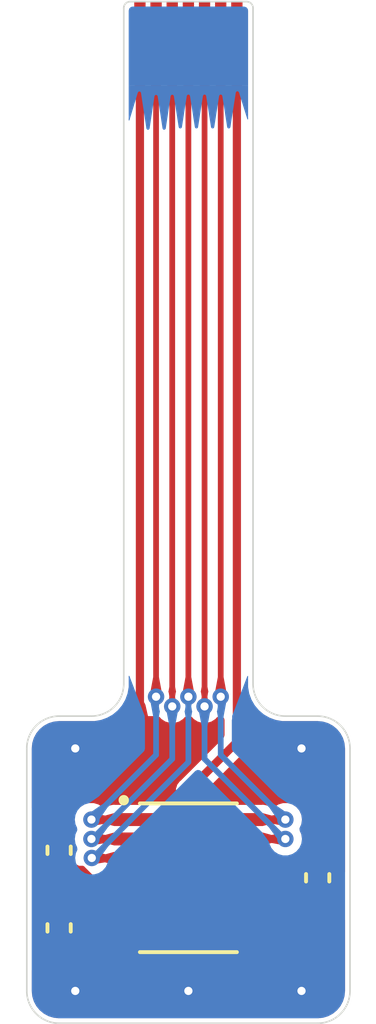
<source format=kicad_pcb>
(kicad_pcb (version 20240108) (generator "pcbnew") (generator_version "8.0")
  (layers (0 "F.Cu" signal) (31 "B.Cu" signal) (34 "B.Paste" user) (35 "F.Paste" user) (36 "B.SilkS" user "B.Silkscreen") (37 "F.SilkS" user "F.Silkscreen") (38 "B.Mask" user) (39 "F.Mask" user) (44 "Edge.Cuts" user))
  (net 0 "")
  (net 1 "GND")
  (net 2 "Net-(U1-VLDO)")
  (net 3 "Net-(U1-VREF)")
  (net 4 "VDD")
  (net 5 "/SDA")
  (net 6 "/SCL")
  (net 7 "/INTB")
  (net 8 "/GPIO")
  (net 12 "/LDO_EN")
  (footprint "watch:FH19C_FPC" (layer "F.Cu") (at 146.8 69.6)
    (property "Reference" "J1" (hide yes))
    (property "Value" "Conn_01x07" (hide yes))
    (fp_line (start -2 -2.3) (end -2 0) (stroke (width 0.05)) (layer "Edge.Cuts"))
    (fp_line (start 1.8 -2.5) (end -1.8 -2.5) (stroke (width 0.05)) (layer "Edge.Cuts"))
    (fp_line (start 2 0) (end 2 -2.3) (stroke (width 0.05)) (layer "Edge.Cuts"))
    (fp_arc (start -2 -2.3) (mid -1.941421 -2.441421) (end -1.8 -2.5) (stroke (width 0.05)) (layer "Edge.Cuts"))
    (fp_arc (start 1.8 -2.5) (mid 1.941421 -2.441421) (end 2 -2.3) (stroke (width 0.05)) (layer "Edge.Cuts"))
    (pad "1" smd rect (at 1.5 -1.25) (size 0.35 2.5) (layers "F.Cu" "F.Paste" "F.Mask") (net 4 "VDD"))
    (pad "2" smd rect (at 1 -1.25) (size 0.35 2.5) (layers "F.Cu" "F.Paste" "F.Mask") (net 7 "/INTB"))
    (pad "3" smd rect (at 0.5 -1.25) (size 0.35 2.5) (layers "F.Cu" "F.Paste" "F.Mask") (net 8 "/GPIO"))
    (pad "4" smd rect (at 0 -1.25) (size 0.35 2.5) (layers "F.Cu" "F.Paste" "F.Mask") (net 12 "/LDO_EN"))
    (pad "5" smd rect (at -0.5 -1.25) (size 0.35 2.5) (layers "F.Cu" "F.Paste" "F.Mask") (net 6 "/SCL"))
    (pad "6" smd rect (at -1 -1.25) (size 0.35 2.5) (layers "F.Cu" "F.Paste" "F.Mask") (net 5 "/SDA"))
    (pad "7" smd rect (at -1.5 -1.25) (size 0.35 2.5) (layers "F.Cu" "F.Paste" "F.Mask") (net 1 "GND"))
  )
  (footprint "Capacitor_SMD:C_0402_1005Metric_Pad0.74x0.62mm_HandSolder" (layer "F.Cu") (at 150.8 94.2 90)
    (property "Reference" "C2" (hide yes))
    (property "Value" "1u")
    (fp_line (start -0.115835 -0.36) (end 0.115835 -0.36) (stroke (width 0.12)) (layer "F.SilkS"))
    (fp_line (start -0.115835 0.36) (end 0.115835 0.36) (stroke (width 0.12)) (layer "F.SilkS"))
    (pad "1" smd roundrect (at -0.5675 0 90) (size 0.735 0.62) (layers "F.Cu" "F.Paste" "F.Mask") (net 1 "GND"))
    (pad "2" smd roundrect (at 0.5675 0 90) (size 0.735 0.62) (layers "F.Cu" "F.Paste" "F.Mask") (net 3 "Net-(U1-VREF)"))
  )
  (footprint "Capacitor_SMD:C_0402_1005Metric_Pad0.74x0.62mm_HandSolder" (layer "F.Cu") (at 142.8 95.75 -90)
    (property "Reference" "C3" (hide yes))
    (property "Value" "10u")
    (fp_line (start -0.115835 0.36) (end 0.115835 0.36) (stroke (width 0.12)) (layer "F.SilkS"))
    (fp_line (start -0.115835 -0.36) (end 0.115835 -0.36) (stroke (width 0.12)) (layer "F.SilkS"))
    (pad "1" smd roundrect (at -0.5675 0 270) (size 0.735 0.62) (layers "F.Cu" "F.Paste" "F.Mask") (net 4 "VDD"))
    (pad "2" smd roundrect (at 0.5675 0 270) (size 0.735 0.62) (layers "F.Cu" "F.Paste" "F.Mask") (net 1 "GND"))
  )
  (footprint "Capacitor_SMD:C_0402_1005Metric_Pad0.74x0.62mm_HandSolder" (layer "F.Cu") (at 142.8 93.35 -90)
    (property "Reference" "C1" (hide yes))
    (property "Value" "1u")
    (fp_line (start -0.115835 0.36) (end 0.115835 0.36) (stroke (width 0.12)) (layer "F.SilkS"))
    (fp_line (start -0.115835 -0.36) (end 0.115835 -0.36) (stroke (width 0.12)) (layer "F.SilkS"))
    (pad "1" smd roundrect (at -0.5675 0 270) (size 0.735 0.62) (layers "F.Cu" "F.Paste" "F.Mask") (net 1 "GND"))
    (pad "2" smd roundrect (at 0.5675 0 270) (size 0.735 0.62) (layers "F.Cu" "F.Paste" "F.Mask") (net 2 "Net-(U1-VLDO)"))
  )
  (footprint "watch:MAXM86161EFDT" (layer "F.Cu") (at 146.8 94.2)
    (property "Reference" "U1" (hide yes))
    (property "Value" "MAXM86161EFD+T" (hide yes))
    (fp_line (start -1.5 -2.3) (end 1.5 -2.3) (stroke (width 0.12)) (layer "F.SilkS"))
    (fp_line (start -1.5 2.3) (end 1.5 2.3) (stroke (width 0.12)) (layer "F.SilkS"))
    (fp_circle (center -2 -2.4) (end -1.9 -2.4) (stroke (width 0.12)) (fill solid) (layer "F.SilkS"))
    (pad "1" smd rect (at -1.46 -1.8 90) (size 0.4 1.68) (layers "F.Cu" "F.Paste" "F.Mask") (net 5 "/SDA"))
    (pad "2" smd rect (at -1.46 -1.2 90) (size 0.4 1.68) (layers "F.Cu" "F.Paste" "F.Mask") (net 6 "/SCL"))
    (pad "3" smd rect (at -1.46 -0.6 90) (size 0.4 1.68) (layers "F.Cu" "F.Paste" "F.Mask") (net 12 "/LDO_EN"))
    (pad "4" smd rect (at -1.46 0 90) (size 0.4 1.68) (layers "F.Cu" "F.Paste" "F.Mask") (net 2 "Net-(U1-VLDO)"))
    (pad "5" smd rect (at -1.46 0.6 90) (size 0.4 1.68) (layers "F.Cu" "F.Paste" "F.Mask") (net 4 "VDD"))
    (pad "6" smd rect (at -1.46 1.2 90) (size 0.4 1.68) (layers "F.Cu" "F.Paste" "F.Mask"))
    (pad "7" smd rect (at -1.46 1.8 90) (size 0.4 1.68) (layers "F.Cu" "F.Paste" "F.Mask"))
    (pad "8" smd rect (at 1.46 1.8 90) (size 0.4 1.68) (layers "F.Cu" "F.Paste" "F.Mask"))
    (pad "9" smd rect (at 1.46 1.2 90) (size 0.4 1.68) (layers "F.Cu" "F.Paste" "F.Mask") (net 1 "GND"))
    (pad "10" smd rect (at 1.46 0.6 90) (size 0.4 1.68) (layers "F.Cu" "F.Paste" "F.Mask") (net 1 "GND"))
    (pad "11" smd rect (at 1.46 0 90) (size 0.4 1.68) (layers "F.Cu" "F.Paste" "F.Mask") (net 1 "GND"))
    (pad "12" smd rect (at 1.46 -0.6 90) (size 0.4 1.68) (layers "F.Cu" "F.Paste" "F.Mask") (net 3 "Net-(U1-VREF)"))
    (pad "13" smd rect (at 1.46 -1.2 90) (size 0.4 1.68) (layers "F.Cu" "F.Paste" "F.Mask") (net 8 "/GPIO"))
    (pad "14" smd rect (at 1.46 -1.8 90) (size 0.4 1.68) (layers "F.Cu" "F.Paste" "F.Mask") (net 7 "/INTB"))
  )
  (gr_line (start 144.8 69.6) (end 144.8 88.2) (stroke (width 0.05)) (layer "Edge.Cuts"))
  (gr_line (start 141.8 90.2) (end 141.8 97.7) (stroke (width 0.05)) (layer "Edge.Cuts"))
  (gr_arc (start 151.8 97.7) (mid 151.507107 98.407107) (end 150.8 98.7) (stroke (width 0.05)) (layer "Edge.Cuts"))
  (gr_line (start 149.8 89.2) (end 150.8 89.2) (stroke (width 0.05)) (layer "Edge.Cuts"))
  (gr_arc (start 149.8 89.2) (mid 149.092893 88.907107) (end 148.8 88.2) (stroke (width 0.05)) (layer "Edge.Cuts"))
  (gr_arc (start 141.8 90.2) (mid 142.092893 89.492893) (end 142.8 89.2) (stroke (width 0.05)) (layer "Edge.Cuts"))
  (gr_line (start 142.8 98.7) (end 150.8 98.7) (stroke (width 0.05)) (layer "Edge.Cuts"))
  (gr_line (start 142.8 89.2) (end 143.8 89.2) (stroke (width 0.05)) (layer "Edge.Cuts"))
  (gr_arc (start 150.8 89.2) (mid 151.507107 89.492893) (end 151.8 90.2) (stroke (width 0.05)) (layer "Edge.Cuts"))
  (gr_line (start 148.8 69.6) (end 148.8 88.2) (stroke (width 0.05)) (layer "Edge.Cuts"))
  (gr_arc (start 144.8 88.2) (mid 144.507107 88.907107) (end 143.8 89.2) (stroke (width 0.05)) (layer "Edge.Cuts"))
  (gr_line (start 151.8 97.7) (end 151.8 90.2) (stroke (width 0.05)) (layer "Edge.Cuts"))
  (gr_arc (start 142.8 98.7) (mid 142.092893 98.407107) (end 141.8 97.7) (stroke (width 0.05)) (layer "Edge.Cuts"))
  (segment (start 145.3 68.35) (end 145.3 89.55) (width 0.254) (layer "F.Cu") (net 1))
  (via (at 150.3 97.7) (size 0.508) (drill 0.254) (layers "F.Cu" "B.Cu") (net 1))
  (via (at 146.8 97.7) (size 0.508) (drill 0.254) (layers "F.Cu" "B.Cu") (net 1))
  (via (at 143.3 90.2) (size 0.508) (drill 0.254) (layers "F.Cu" "B.Cu") (net 1))
  (via (at 150.3 90.2) (size 0.508) (drill 0.254) (layers "F.Cu" "B.Cu") (net 1))
  (via (at 143.3 97.7) (size 0.508) (drill 0.254) (layers "F.Cu" "B.Cu") (net 1))
  (segment (start 143.8 94.2) (end 143.5175 93.9175) (width 0.1778) (layer "F.Cu") (net 2))
  (segment (start 145.34 94.2) (end 143.8 94.2) (width 0.1778) (layer "F.Cu") (net 2))
  (segment (start 143.5175 93.9175) (end 142.8 93.9175) (width 0.1778) (layer "F.Cu") (net 2))
  (segment (start 148.26 93.6) (end 150.7675 93.6) (width 0.1778) (layer "F.Cu") (net 3))
  (segment (start 150.7675 93.6) (end 150.8 93.6325) (width 0.1778) (layer "F.Cu") (net 3))
  (segment (start 146.434 94.8) (end 145.34 94.8) (width 0.254) (layer "F.Cu") (net 4))
  (segment (start 148.3 90) (end 146.8 91.5) (width 0.254) (layer "F.Cu") (net 4))
  (segment (start 146.8 94.434) (end 146.434 94.8) (width 0.254) (layer "F.Cu") (net 4))
  (segment (start 144.2 94.8) (end 145.34 94.8) (width 0.1778) (layer "F.Cu") (net 4))
  (segment (start 142.8175 95.2) (end 143.8 95.2) (width 0.1778) (layer "F.Cu") (net 4))
  (segment (start 143.8 95.2) (end 144.2 94.8) (width 0.1778) (layer "F.Cu") (net 4))
  (segment (start 146.8 91.5) (end 146.8 94.434) (width 0.254) (layer "F.Cu") (net 4))
  (segment (start 148.3 68.35) (end 148.3 90) (width 0.254) (layer "F.Cu") (net 4))
  (segment (start 145.8 68.35) (end 145.8 88.6) (width 0.1778) (layer "F.Cu") (net 5))
  (segment (start 145.34 92.4) (end 143.8 92.4) (width 0.1778) (layer "F.Cu") (net 5))
  (via (at 143.8 92.4) (size 0.508) (drill 0.254) (layers "F.Cu" "B.Cu") (net 5))
  (via (at 145.8 88.6) (size 0.508) (drill 0.254) (layers "F.Cu" "B.Cu") (net 5))
  (segment (start 143.8 92.4) (end 145.8 90.4) (width 0.1778) (layer "B.Cu") (net 5))
  (segment (start 145.8 90.4) (end 145.8 88.6) (width 0.1778) (layer "B.Cu") (net 5))
  (segment (start 145.34 93) (end 143.8 93) (width 0.1778) (layer "F.Cu") (net 6))
  (segment (start 146.3 88.9) (end 146.3 68.35) (width 0.1778) (layer "F.Cu") (net 6))
  (via (at 143.8 93) (size 0.508) (drill 0.254) (layers "F.Cu" "B.Cu") (net 6))
  (via (at 146.3 88.9) (size 0.508) (drill 0.254) (layers "F.Cu" "B.Cu") (net 6))
  (segment (start 143.8 93) (end 143.825224 93) (width 0.1778) (layer "B.Cu") (net 6))
  (segment (start 146.3 90.525224) (end 146.3 88.9) (width 0.1778) (layer "B.Cu") (net 6))
  (segment (start 143.825224 93) (end 146.3 90.525224) (width 0.1778) (layer "B.Cu") (net 6))
  (segment (start 147.8 68.35) (end 147.8 88.6) (width 0.1778) (layer "F.Cu") (net 7))
  (segment (start 148.26 92.4) (end 149.8 92.4) (width 0.1778) (layer "F.Cu") (net 7))
  (via (at 147.8 88.6) (size 0.508) (drill 0.254) (layers "F.Cu" "B.Cu") (net 7))
  (via (at 149.8 92.4) (size 0.508) (drill 0.254) (layers "F.Cu" "B.Cu") (net 7))
  (segment (start 147.8 90.4) (end 147.8 88.6) (width 0.1778) (layer "B.Cu") (net 7))
  (segment (start 149.8 92.4) (end 147.8 90.4) (width 0.1778) (layer "B.Cu") (net 7))
  (segment (start 147.3 68.35) (end 147.3 88.9) (width 0.1778) (layer "F.Cu") (net 8))
  (segment (start 148.26 93) (end 149.8 93) (width 0.1778) (layer "F.Cu") (net 8))
  (via (at 147.3 88.9) (size 0.508) (drill 0.254) (layers "F.Cu" "B.Cu") (net 8))
  (via (at 149.8 93) (size 0.508) (drill 0.254) (layers "F.Cu" "B.Cu") (net 8))
  (segment (start 149.774776 93) (end 147.3 90.525224) (width 0.1778) (layer "B.Cu") (net 8))
  (segment (start 149.8 93) (end 149.774776 93) (width 0.1778) (layer "B.Cu") (net 8))
  (segment (start 147.3 90.525224) (end 147.3 88.9) (width 0.1778) (layer "B.Cu") (net 8))
  (segment (start 146.8 86.885025) (end 146.8 88.6) (width 0.1778) (layer "F.Cu") (net 12))
  (segment (start 143.823457 93.6) (end 143.811044 93.587587) (width 0.1778) (layer "F.Cu") (net 12))
  (segment (start 145.34 93.6) (end 143.823457 93.6) (width 0.1778) (layer "F.Cu") (net 12))
  (segment (start 146.8 68.35) (end 146.8 86.885025) (width 0.1778) (layer "F.Cu") (net 12))
  (via (at 146.8 88.6) (size 0.508) (drill 0.254) (layers "F.Cu" "B.Cu") (net 12))
  (via (at 143.811044 93.587587) (size 0.508) (drill 0.254) (layers "F.Cu" "B.Cu") (net 12))
  (segment (start 143.811044 93.587587) (end 143.837637 93.587587) (width 0.1778) (layer "B.Cu") (net 12))
  (segment (start 143.837637 93.587587) (end 146.8 90.625224) (width 0.1778) (layer "B.Cu") (net 12))
  (segment (start 146.8 90.625224) (end 146.8 88.6) (width 0.1778) (layer "B.Cu") (net 12))
  (zone (net 1) (net_name "GND") (layers "F&B.Cu") (connect_pads (clearance 0.254)) (min_thickness 0.25) (fill yes (thermal_gap 0.5) (thermal_bridge_width 0.5) (island_removal_mode 2) (island_area_min 10))
    (polygon (pts (xy 141.8 98.7) (xy 141.8 89.2) (xy 151.8 89.2) (xy 151.8 98.7)))
  )
  (zone (net 0) (net_name "") (layer "B.Cu") (priority 1) (connect_pads (clearance 0.254)) (min_thickness 0.25) (fill yes (thermal_gap 0.5) (thermal_bridge_width 0.5) (island_removal_mode 1) (island_area_min 9.999999))
    (polygon (pts (xy 144.8 67.1) (xy 148.8 67.1) (xy 148.8 69.7) (xy 144.8 69.7)))
  )
  (zone (net 0) (net_name "") (layer "B.Cu") (connect_pads yes (clearance 0)) (min_thickness 0.025) (fill yes (thermal_gap 0.5) (thermal_bridge_width 0.5) (smoothing fillet) (radius 0.05) (island_removal_mode 1) (island_area_min 10))
    (polygon (pts (xy 144.8 69.7) (xy 144.8 71.35) (xy 145.3 69.7) (xy 145.55 71.35) (xy 145.8 69.7) (xy 146.05 71.35) (xy 146.3 69.7) (xy 146.55 71.3) (xy 146.8 69.7) (xy 147.05 71.3) (xy 147.3 69.7) (xy 147.55 71.3) (xy 147.8 69.7) (xy 148.05 71.3) (xy 148.3 69.7) (xy 148.8 71.3) (xy 148.8 69.7)))
  )
)
</source>
